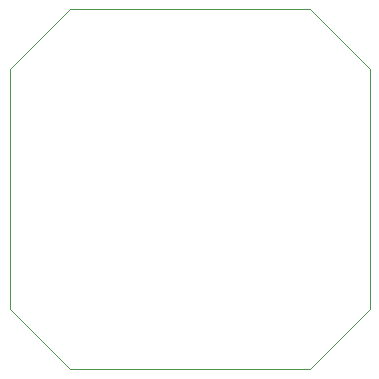
<source format=gbr>
%TF.GenerationSoftware,KiCad,Pcbnew,7.0.8*%
%TF.CreationDate,2024-01-12T13:09:39+01:00*%
%TF.ProjectId,adapter_STM32,61646170-7465-4725-9f53-544d33322e6b,rev?*%
%TF.SameCoordinates,Original*%
%TF.FileFunction,Profile,NP*%
%FSLAX46Y46*%
G04 Gerber Fmt 4.6, Leading zero omitted, Abs format (unit mm)*
G04 Created by KiCad (PCBNEW 7.0.8) date 2024-01-12 13:09:39*
%MOMM*%
%LPD*%
G01*
G04 APERTURE LIST*
%TA.AperFunction,Profile*%
%ADD10C,0.100000*%
%TD*%
G04 APERTURE END LIST*
D10*
X106680000Y-73660000D02*
X86360000Y-73660000D01*
X81280000Y-68580000D02*
X81280000Y-48260000D01*
X81280000Y-48260000D02*
X86360000Y-43180000D01*
X106680000Y-43180000D02*
X111760000Y-48260000D01*
X111760000Y-48260000D02*
X111760000Y-68580000D01*
X111760000Y-68580000D02*
X106680000Y-73660000D01*
X86360000Y-43180000D02*
X106680000Y-43180000D01*
X86360000Y-73660000D02*
X81280000Y-68580000D01*
M02*

</source>
